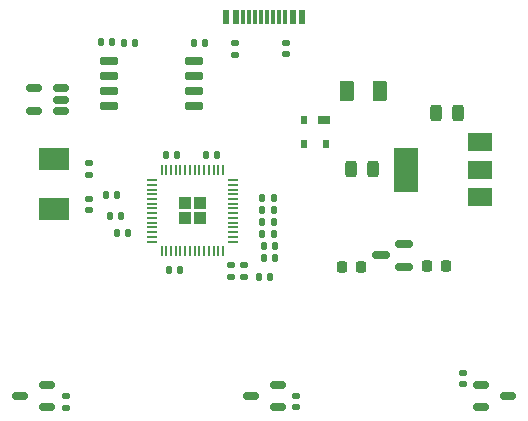
<source format=gbr>
%TF.GenerationSoftware,KiCad,Pcbnew,(7.0.0-0)*%
%TF.CreationDate,2023-03-14T22:07:24-05:00*%
%TF.ProjectId,RP2040_minimal,52503230-3430-45f6-9d69-6e696d616c2e,REV1*%
%TF.SameCoordinates,Original*%
%TF.FileFunction,Paste,Top*%
%TF.FilePolarity,Positive*%
%FSLAX46Y46*%
G04 Gerber Fmt 4.6, Leading zero omitted, Abs format (unit mm)*
G04 Created by KiCad (PCBNEW (7.0.0-0)) date 2023-03-14 22:07:24*
%MOMM*%
%LPD*%
G01*
G04 APERTURE LIST*
G04 Aperture macros list*
%AMRoundRect*
0 Rectangle with rounded corners*
0 $1 Rounding radius*
0 $2 $3 $4 $5 $6 $7 $8 $9 X,Y pos of 4 corners*
0 Add a 4 corners polygon primitive as box body*
4,1,4,$2,$3,$4,$5,$6,$7,$8,$9,$2,$3,0*
0 Add four circle primitives for the rounded corners*
1,1,$1+$1,$2,$3*
1,1,$1+$1,$4,$5*
1,1,$1+$1,$6,$7*
1,1,$1+$1,$8,$9*
0 Add four rect primitives between the rounded corners*
20,1,$1+$1,$2,$3,$4,$5,0*
20,1,$1+$1,$4,$5,$6,$7,0*
20,1,$1+$1,$6,$7,$8,$9,0*
20,1,$1+$1,$8,$9,$2,$3,0*%
G04 Aperture macros list end*
%ADD10RoundRect,0.243750X0.243750X0.456250X-0.243750X0.456250X-0.243750X-0.456250X0.243750X-0.456250X0*%
%ADD11RoundRect,0.147500X-0.147500X-0.172500X0.147500X-0.172500X0.147500X0.172500X-0.147500X0.172500X0*%
%ADD12RoundRect,0.147500X0.147500X0.172500X-0.147500X0.172500X-0.147500X-0.172500X0.147500X-0.172500X0*%
%ADD13R,2.000000X1.500000*%
%ADD14R,2.000000X3.800000*%
%ADD15RoundRect,0.150000X-0.650000X-0.150000X0.650000X-0.150000X0.650000X0.150000X-0.650000X0.150000X0*%
%ADD16RoundRect,0.147500X-0.172500X0.147500X-0.172500X-0.147500X0.172500X-0.147500X0.172500X0.147500X0*%
%ADD17RoundRect,0.250000X-0.292217X0.292217X-0.292217X-0.292217X0.292217X-0.292217X0.292217X0.292217X0*%
%ADD18RoundRect,0.050000X-0.050000X0.387500X-0.050000X-0.387500X0.050000X-0.387500X0.050000X0.387500X0*%
%ADD19RoundRect,0.050000X-0.387500X0.050000X-0.387500X-0.050000X0.387500X-0.050000X0.387500X0.050000X0*%
%ADD20RoundRect,0.147500X0.172500X-0.147500X0.172500X0.147500X-0.172500X0.147500X-0.172500X-0.147500X0*%
%ADD21R,2.600000X1.900000*%
%ADD22RoundRect,0.140000X0.140000X0.170000X-0.140000X0.170000X-0.140000X-0.170000X0.140000X-0.170000X0*%
%ADD23RoundRect,0.150000X0.512500X0.150000X-0.512500X0.150000X-0.512500X-0.150000X0.512500X-0.150000X0*%
%ADD24RoundRect,0.225000X0.225000X0.250000X-0.225000X0.250000X-0.225000X-0.250000X0.225000X-0.250000X0*%
%ADD25RoundRect,0.150000X-0.512500X-0.150000X0.512500X-0.150000X0.512500X0.150000X-0.512500X0.150000X0*%
%ADD26R,1.000000X0.700000*%
%ADD27R,0.600000X0.700000*%
%ADD28RoundRect,0.150000X0.587500X0.150000X-0.587500X0.150000X-0.587500X-0.150000X0.587500X-0.150000X0*%
%ADD29RoundRect,0.140000X-0.170000X0.140000X-0.170000X-0.140000X0.170000X-0.140000X0.170000X0.140000X0*%
%ADD30RoundRect,0.140000X-0.140000X-0.170000X0.140000X-0.170000X0.140000X0.170000X-0.140000X0.170000X0*%
%ADD31R,0.600000X1.150000*%
%ADD32R,0.300000X1.150000*%
%ADD33RoundRect,0.250000X-0.375000X-0.625000X0.375000X-0.625000X0.375000X0.625000X-0.375000X0.625000X0*%
G04 APERTURE END LIST*
D10*
%TO.C,C2*%
X9207500Y19210000D03*
X7332500Y19210000D03*
%TD*%
D11*
%TO.C,C12*%
X-45000Y11682500D03*
X925000Y11682500D03*
%TD*%
%TO.C,C11*%
X-45000Y12682500D03*
X925000Y12682500D03*
%TD*%
D12*
%TO.C,C8*%
X-7115000Y10635000D03*
X-8085000Y10635000D03*
%TD*%
D13*
%TO.C,U1*%
X18279999Y16879999D03*
X18279999Y19179999D03*
D14*
X11979999Y19179999D03*
D13*
X18279999Y21479999D03*
%TD*%
D15*
%TO.C,U4*%
X-13155000Y28412500D03*
X-13155000Y27142500D03*
X-13155000Y25872500D03*
X-13155000Y24602500D03*
X-5955000Y24602500D03*
X-5955000Y25872500D03*
X-5955000Y27142500D03*
X-5955000Y28412500D03*
%TD*%
D16*
%TO.C,C17*%
X-14792519Y16724000D03*
X-14792519Y15754000D03*
%TD*%
D11*
%TO.C,C5*%
X-160000Y15715000D03*
X810000Y15715000D03*
%TD*%
D12*
%TO.C,C7*%
X-3992500Y20402500D03*
X-4962500Y20402500D03*
%TD*%
%TO.C,C10*%
X-12114008Y15280000D03*
X-13084008Y15280000D03*
%TD*%
%TO.C,R5*%
X810876Y14697500D03*
X-159124Y14697500D03*
%TD*%
%TO.C,C4*%
X-11520000Y13832500D03*
X-12490000Y13832500D03*
%TD*%
D10*
%TO.C,C1*%
X16387500Y23940000D03*
X14512500Y23940000D03*
%TD*%
D12*
%TO.C,C6*%
X-7342500Y20432500D03*
X-8312500Y20432500D03*
%TD*%
D17*
%TO.C,U5*%
X-5447500Y16322500D03*
X-6722500Y16322500D03*
X-5447500Y15047500D03*
X-6722500Y15047500D03*
D18*
X-3485000Y19122500D03*
X-3885000Y19122500D03*
X-4285000Y19122500D03*
X-4685000Y19122500D03*
X-5085000Y19122500D03*
X-5485000Y19122500D03*
X-5885000Y19122500D03*
X-6285000Y19122500D03*
X-6685000Y19122500D03*
X-7085000Y19122500D03*
X-7485000Y19122500D03*
X-7885000Y19122500D03*
X-8285000Y19122500D03*
X-8685000Y19122500D03*
D19*
X-9522500Y18285000D03*
X-9522500Y17885000D03*
X-9522500Y17485000D03*
X-9522500Y17085000D03*
X-9522500Y16685000D03*
X-9522500Y16285000D03*
X-9522500Y15885000D03*
X-9522500Y15485000D03*
X-9522500Y15085000D03*
X-9522500Y14685000D03*
X-9522500Y14285000D03*
X-9522500Y13885000D03*
X-9522500Y13485000D03*
X-9522500Y13085000D03*
D18*
X-8685000Y12247500D03*
X-8285000Y12247500D03*
X-7885000Y12247500D03*
X-7485000Y12247500D03*
X-7085000Y12247500D03*
X-6685000Y12247500D03*
X-6285000Y12247500D03*
X-5885000Y12247500D03*
X-5485000Y12247500D03*
X-5085000Y12247500D03*
X-4685000Y12247500D03*
X-4285000Y12247500D03*
X-3885000Y12247500D03*
X-3485000Y12247500D03*
D19*
X-2647500Y13085000D03*
X-2647500Y13485000D03*
X-2647500Y13885000D03*
X-2647500Y14285000D03*
X-2647500Y14685000D03*
X-2647500Y15085000D03*
X-2647500Y15485000D03*
X-2647500Y15885000D03*
X-2647500Y16285000D03*
X-2647500Y16685000D03*
X-2647500Y17085000D03*
X-2647500Y17485000D03*
X-2647500Y17885000D03*
X-2647500Y18285000D03*
%TD*%
D20*
%TO.C,C16*%
X-14792519Y18724000D03*
X-14792519Y19694000D03*
%TD*%
D12*
%TO.C,R6*%
X810876Y13697500D03*
X-159124Y13697500D03*
%TD*%
D11*
%TO.C,C3*%
X-170000Y16795000D03*
X800000Y16795000D03*
%TD*%
%TO.C,C15*%
X-5940000Y29907500D03*
X-4970000Y29907500D03*
%TD*%
D12*
%TO.C,R8*%
X-12422519Y17024000D03*
X-13392519Y17024000D03*
%TD*%
D21*
%TO.C,Y1*%
X-17816837Y20112499D03*
X-17816837Y15812499D03*
%TD*%
D22*
%TO.C,R9*%
X-10910000Y29930000D03*
X-11870000Y29930000D03*
%TD*%
D23*
%TO.C,Q1*%
X-17220000Y24160000D03*
X-17220000Y25110000D03*
X-17220000Y26060000D03*
X-19495000Y26060000D03*
X-19495000Y24160000D03*
%TD*%
D24*
%TO.C,R4*%
X8165000Y10920000D03*
X6615000Y10920000D03*
%TD*%
D25*
%TO.C,S3*%
X18362500Y950000D03*
X18362500Y-950000D03*
X20637500Y0D03*
%TD*%
D24*
%TO.C,R1*%
X15375000Y11020000D03*
X13825000Y11020000D03*
%TD*%
D26*
%TO.C,U3*%
X5039999Y23334999D03*
D27*
X3339999Y23334999D03*
X3339999Y21334999D03*
X5239999Y21334999D03*
%TD*%
D23*
%TO.C,S2*%
X1137500Y-950000D03*
X1137500Y950000D03*
X-1137500Y0D03*
%TD*%
D28*
%TO.C,U2*%
X11805000Y10960000D03*
X11805000Y12860000D03*
X9930000Y11910000D03*
%TD*%
D29*
%TO.C,R2*%
X1854000Y29896000D03*
X1854000Y28936000D03*
%TD*%
D11*
%TO.C,C14*%
X-445000Y10050000D03*
X525000Y10050000D03*
%TD*%
D23*
%TO.C,S1*%
X-18362500Y-950000D03*
X-18362500Y950000D03*
X-20637500Y0D03*
%TD*%
D29*
%TO.C,C18*%
X-16810000Y-20000D03*
X-16810000Y-980000D03*
%TD*%
D16*
%TO.C,C9*%
X-2775000Y11057500D03*
X-2775000Y10087500D03*
%TD*%
%TO.C,C13*%
X-1745000Y11057500D03*
X-1745000Y10087500D03*
%TD*%
D29*
%TO.C,C20*%
X16840000Y1956000D03*
X16840000Y996000D03*
%TD*%
%TO.C,R3*%
X-2430000Y29880000D03*
X-2430000Y28920000D03*
%TD*%
%TO.C,C19*%
X2700000Y40000D03*
X2700000Y-920000D03*
%TD*%
D30*
%TO.C,R7*%
X-13810000Y29940000D03*
X-12850000Y29940000D03*
%TD*%
D31*
%TO.C,P1*%
X3199999Y32124999D03*
X2399999Y32124999D03*
D32*
X1249999Y32124999D03*
X249999Y32124999D03*
X-249999Y32124999D03*
X-1249999Y32124999D03*
D31*
X-2399999Y32124999D03*
X-3199999Y32124999D03*
X-3199999Y32124999D03*
X-2399999Y32124999D03*
D32*
X-1749999Y32124999D03*
X-749999Y32124999D03*
X749999Y32124999D03*
X1749999Y32124999D03*
D31*
X2399999Y32124999D03*
X3199999Y32124999D03*
%TD*%
D33*
%TO.C,F1*%
X7030000Y25840000D03*
X9830000Y25840000D03*
%TD*%
M02*

</source>
